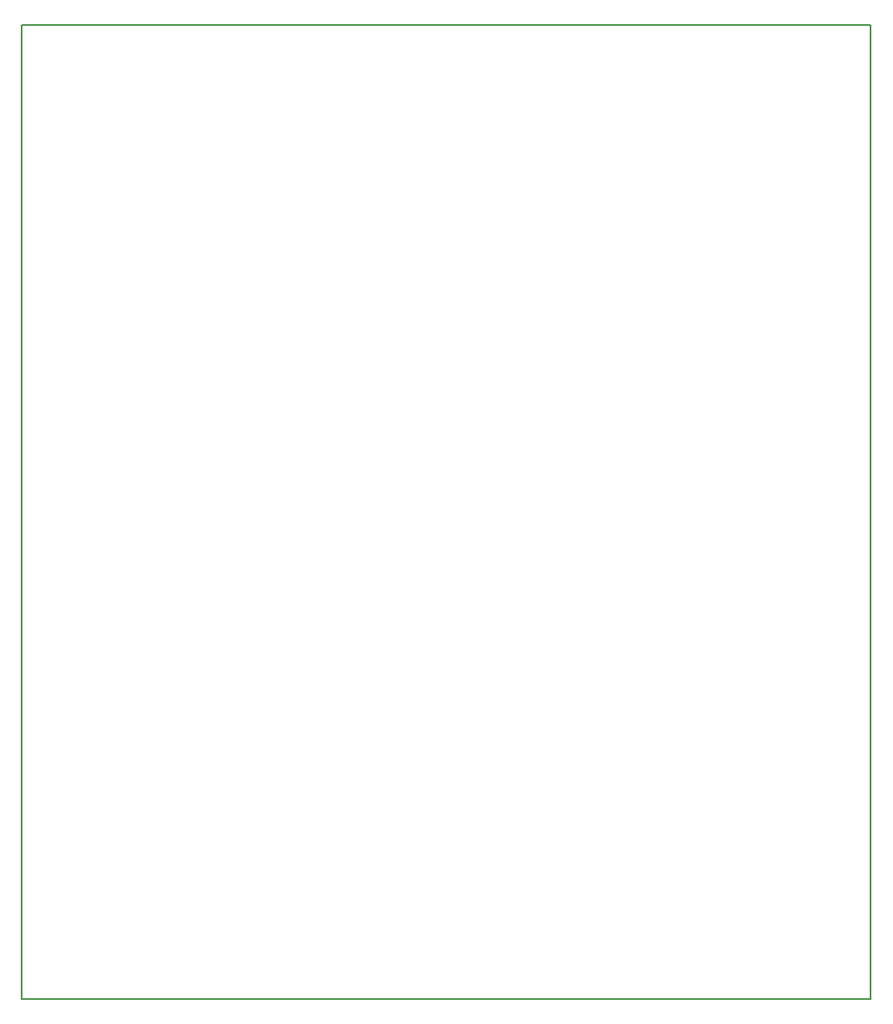
<source format=gbr>
G04 #@! TF.FileFunction,Profile,NP*
%FSLAX46Y46*%
G04 Gerber Fmt 4.6, Leading zero omitted, Abs format (unit mm)*
G04 Created by KiCad (PCBNEW 4.0.7-e2-6376~58~ubuntu16.04.1) date Fri Feb  2 08:04:35 2018*
%MOMM*%
%LPD*%
G01*
G04 APERTURE LIST*
%ADD10C,0.100000*%
%ADD11C,0.150000*%
G04 APERTURE END LIST*
D10*
D11*
X198120000Y-58420000D02*
X198120000Y-157480000D01*
X111760000Y-58420000D02*
X198120000Y-58420000D01*
X111760000Y-157480000D02*
X111760000Y-58420000D01*
X198120000Y-157480000D02*
X111760000Y-157480000D01*
M02*

</source>
